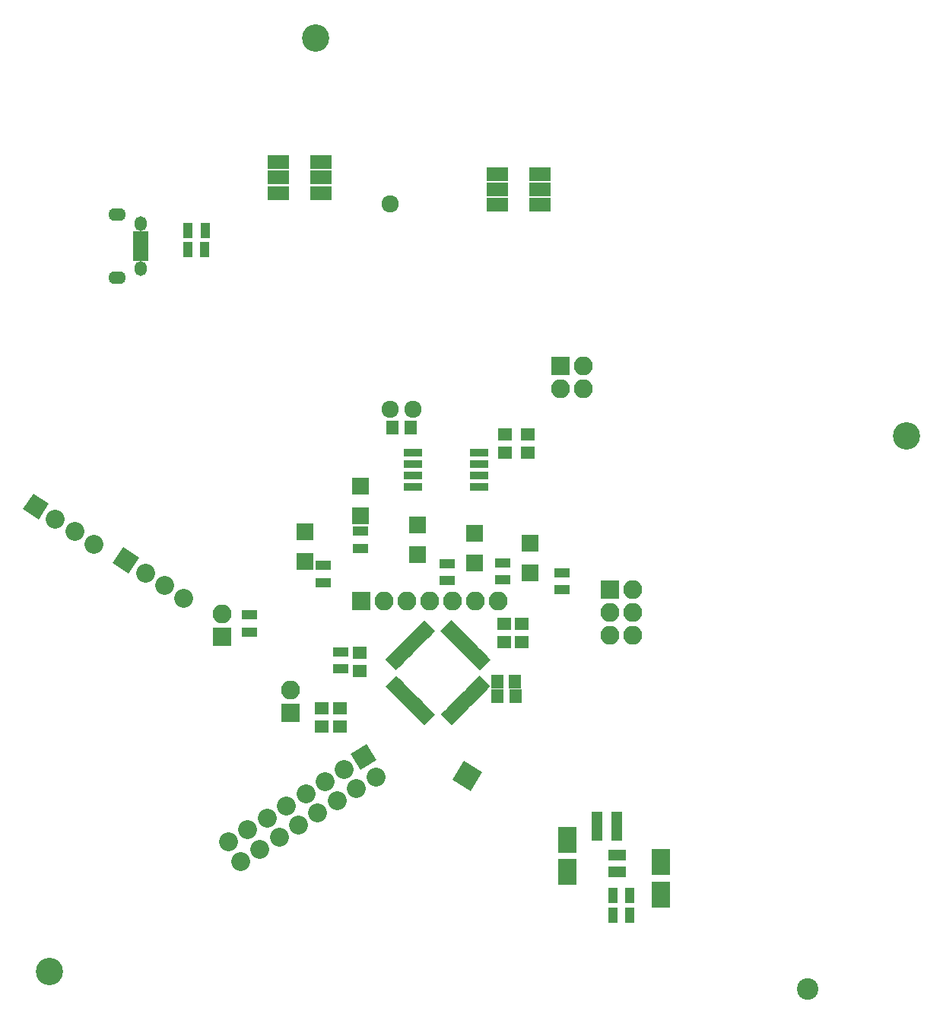
<source format=gts>
G04 #@! TF.FileFunction,Soldermask,Top*
%FSLAX46Y46*%
G04 Gerber Fmt 4.6, Leading zero omitted, Abs format (unit mm)*
G04 Created by KiCad (PCBNEW 4.0.7-e2-6376~58~ubuntu16.04.1) date Sun Jan 14 11:27:02 2018*
%MOMM*%
%LPD*%
G01*
G04 APERTURE LIST*
%ADD10C,0.100000*%
%ADD11R,1.200000X3.300000*%
%ADD12R,2.000000X3.000000*%
%ADD13C,2.100000*%
%ADD14C,2.400000*%
%ADD15R,1.650000X1.400000*%
%ADD16C,1.924000*%
%ADD17R,1.400000X1.650000*%
%ADD18R,2.400000X1.500000*%
%ADD19R,1.900000X1.900000*%
%ADD20R,2.100000X2.100000*%
%ADD21O,2.100000X2.100000*%
%ADD22R,1.750000X0.800000*%
%ADD23O,1.350000X1.650000*%
%ADD24O,1.950000X1.400000*%
%ADD25R,1.100000X1.700000*%
%ADD26R,1.700000X1.100000*%
%ADD27R,2.150000X0.950000*%
%ADD28R,0.800000X1.150000*%
%ADD29C,3.040000*%
G04 APERTURE END LIST*
D10*
G36*
X144608311Y-124962221D02*
X144148692Y-124502602D01*
X145350773Y-123300521D01*
X145810392Y-123760140D01*
X144608311Y-124962221D01*
X144608311Y-124962221D01*
G37*
G36*
X144961864Y-125315774D02*
X144502245Y-124856155D01*
X145704326Y-123654074D01*
X146163945Y-124113693D01*
X144961864Y-125315774D01*
X144961864Y-125315774D01*
G37*
G36*
X145315418Y-125669328D02*
X144855799Y-125209709D01*
X146057880Y-124007628D01*
X146517499Y-124467247D01*
X145315418Y-125669328D01*
X145315418Y-125669328D01*
G37*
G36*
X145668971Y-126022881D02*
X145209352Y-125563262D01*
X146411433Y-124361181D01*
X146871052Y-124820800D01*
X145668971Y-126022881D01*
X145668971Y-126022881D01*
G37*
G36*
X146022524Y-126376434D02*
X145562905Y-125916815D01*
X146764986Y-124714734D01*
X147224605Y-125174353D01*
X146022524Y-126376434D01*
X146022524Y-126376434D01*
G37*
G36*
X146376078Y-126729988D02*
X145916459Y-126270369D01*
X147118540Y-125068288D01*
X147578159Y-125527907D01*
X146376078Y-126729988D01*
X146376078Y-126729988D01*
G37*
G36*
X146729631Y-127083541D02*
X146270012Y-126623922D01*
X147472093Y-125421841D01*
X147931712Y-125881460D01*
X146729631Y-127083541D01*
X146729631Y-127083541D01*
G37*
G36*
X147083185Y-127437095D02*
X146623566Y-126977476D01*
X147825647Y-125775395D01*
X148285266Y-126235014D01*
X147083185Y-127437095D01*
X147083185Y-127437095D01*
G37*
G36*
X147436738Y-127790648D02*
X146977119Y-127331029D01*
X148179200Y-126128948D01*
X148638819Y-126588567D01*
X147436738Y-127790648D01*
X147436738Y-127790648D01*
G37*
G36*
X147790291Y-128144201D02*
X147330672Y-127684582D01*
X148532753Y-126482501D01*
X148992372Y-126942120D01*
X147790291Y-128144201D01*
X147790291Y-128144201D01*
G37*
G36*
X148143845Y-128497755D02*
X147684226Y-128038136D01*
X148886307Y-126836055D01*
X149345926Y-127295674D01*
X148143845Y-128497755D01*
X148143845Y-128497755D01*
G37*
G36*
X148497398Y-128851308D02*
X148037779Y-128391689D01*
X149239860Y-127189608D01*
X149699479Y-127649227D01*
X148497398Y-128851308D01*
X148497398Y-128851308D01*
G37*
G36*
X151962221Y-128391689D02*
X151502602Y-128851308D01*
X150300521Y-127649227D01*
X150760140Y-127189608D01*
X151962221Y-128391689D01*
X151962221Y-128391689D01*
G37*
G36*
X152315774Y-128038136D02*
X151856155Y-128497755D01*
X150654074Y-127295674D01*
X151113693Y-126836055D01*
X152315774Y-128038136D01*
X152315774Y-128038136D01*
G37*
G36*
X152669328Y-127684582D02*
X152209709Y-128144201D01*
X151007628Y-126942120D01*
X151467247Y-126482501D01*
X152669328Y-127684582D01*
X152669328Y-127684582D01*
G37*
G36*
X153022881Y-127331029D02*
X152563262Y-127790648D01*
X151361181Y-126588567D01*
X151820800Y-126128948D01*
X153022881Y-127331029D01*
X153022881Y-127331029D01*
G37*
G36*
X153376434Y-126977476D02*
X152916815Y-127437095D01*
X151714734Y-126235014D01*
X152174353Y-125775395D01*
X153376434Y-126977476D01*
X153376434Y-126977476D01*
G37*
G36*
X153729988Y-126623922D02*
X153270369Y-127083541D01*
X152068288Y-125881460D01*
X152527907Y-125421841D01*
X153729988Y-126623922D01*
X153729988Y-126623922D01*
G37*
G36*
X154083541Y-126270369D02*
X153623922Y-126729988D01*
X152421841Y-125527907D01*
X152881460Y-125068288D01*
X154083541Y-126270369D01*
X154083541Y-126270369D01*
G37*
G36*
X154437095Y-125916815D02*
X153977476Y-126376434D01*
X152775395Y-125174353D01*
X153235014Y-124714734D01*
X154437095Y-125916815D01*
X154437095Y-125916815D01*
G37*
G36*
X154790648Y-125563262D02*
X154331029Y-126022881D01*
X153128948Y-124820800D01*
X153588567Y-124361181D01*
X154790648Y-125563262D01*
X154790648Y-125563262D01*
G37*
G36*
X155144201Y-125209709D02*
X154684582Y-125669328D01*
X153482501Y-124467247D01*
X153942120Y-124007628D01*
X155144201Y-125209709D01*
X155144201Y-125209709D01*
G37*
G36*
X155497755Y-124856155D02*
X155038136Y-125315774D01*
X153836055Y-124113693D01*
X154295674Y-123654074D01*
X155497755Y-124856155D01*
X155497755Y-124856155D01*
G37*
G36*
X155851308Y-124502602D02*
X155391689Y-124962221D01*
X154189608Y-123760140D01*
X154649227Y-123300521D01*
X155851308Y-124502602D01*
X155851308Y-124502602D01*
G37*
G36*
X154649227Y-122699479D02*
X154189608Y-122239860D01*
X155391689Y-121037779D01*
X155851308Y-121497398D01*
X154649227Y-122699479D01*
X154649227Y-122699479D01*
G37*
G36*
X154295674Y-122345926D02*
X153836055Y-121886307D01*
X155038136Y-120684226D01*
X155497755Y-121143845D01*
X154295674Y-122345926D01*
X154295674Y-122345926D01*
G37*
G36*
X153942120Y-121992372D02*
X153482501Y-121532753D01*
X154684582Y-120330672D01*
X155144201Y-120790291D01*
X153942120Y-121992372D01*
X153942120Y-121992372D01*
G37*
G36*
X153588567Y-121638819D02*
X153128948Y-121179200D01*
X154331029Y-119977119D01*
X154790648Y-120436738D01*
X153588567Y-121638819D01*
X153588567Y-121638819D01*
G37*
G36*
X153235014Y-121285266D02*
X152775395Y-120825647D01*
X153977476Y-119623566D01*
X154437095Y-120083185D01*
X153235014Y-121285266D01*
X153235014Y-121285266D01*
G37*
G36*
X152881460Y-120931712D02*
X152421841Y-120472093D01*
X153623922Y-119270012D01*
X154083541Y-119729631D01*
X152881460Y-120931712D01*
X152881460Y-120931712D01*
G37*
G36*
X152527907Y-120578159D02*
X152068288Y-120118540D01*
X153270369Y-118916459D01*
X153729988Y-119376078D01*
X152527907Y-120578159D01*
X152527907Y-120578159D01*
G37*
G36*
X152174353Y-120224605D02*
X151714734Y-119764986D01*
X152916815Y-118562905D01*
X153376434Y-119022524D01*
X152174353Y-120224605D01*
X152174353Y-120224605D01*
G37*
G36*
X151820800Y-119871052D02*
X151361181Y-119411433D01*
X152563262Y-118209352D01*
X153022881Y-118668971D01*
X151820800Y-119871052D01*
X151820800Y-119871052D01*
G37*
G36*
X151467247Y-119517499D02*
X151007628Y-119057880D01*
X152209709Y-117855799D01*
X152669328Y-118315418D01*
X151467247Y-119517499D01*
X151467247Y-119517499D01*
G37*
G36*
X151113693Y-119163945D02*
X150654074Y-118704326D01*
X151856155Y-117502245D01*
X152315774Y-117961864D01*
X151113693Y-119163945D01*
X151113693Y-119163945D01*
G37*
G36*
X150760140Y-118810392D02*
X150300521Y-118350773D01*
X151502602Y-117148692D01*
X151962221Y-117608311D01*
X150760140Y-118810392D01*
X150760140Y-118810392D01*
G37*
G36*
X149699479Y-118350773D02*
X149239860Y-118810392D01*
X148037779Y-117608311D01*
X148497398Y-117148692D01*
X149699479Y-118350773D01*
X149699479Y-118350773D01*
G37*
G36*
X149345926Y-118704326D02*
X148886307Y-119163945D01*
X147684226Y-117961864D01*
X148143845Y-117502245D01*
X149345926Y-118704326D01*
X149345926Y-118704326D01*
G37*
G36*
X148992372Y-119057880D02*
X148532753Y-119517499D01*
X147330672Y-118315418D01*
X147790291Y-117855799D01*
X148992372Y-119057880D01*
X148992372Y-119057880D01*
G37*
G36*
X148638819Y-119411433D02*
X148179200Y-119871052D01*
X146977119Y-118668971D01*
X147436738Y-118209352D01*
X148638819Y-119411433D01*
X148638819Y-119411433D01*
G37*
G36*
X148285266Y-119764986D02*
X147825647Y-120224605D01*
X146623566Y-119022524D01*
X147083185Y-118562905D01*
X148285266Y-119764986D01*
X148285266Y-119764986D01*
G37*
G36*
X147931712Y-120118540D02*
X147472093Y-120578159D01*
X146270012Y-119376078D01*
X146729631Y-118916459D01*
X147931712Y-120118540D01*
X147931712Y-120118540D01*
G37*
G36*
X147578159Y-120472093D02*
X147118540Y-120931712D01*
X145916459Y-119729631D01*
X146376078Y-119270012D01*
X147578159Y-120472093D01*
X147578159Y-120472093D01*
G37*
G36*
X147224605Y-120825647D02*
X146764986Y-121285266D01*
X145562905Y-120083185D01*
X146022524Y-119623566D01*
X147224605Y-120825647D01*
X147224605Y-120825647D01*
G37*
G36*
X146871052Y-121179200D02*
X146411433Y-121638819D01*
X145209352Y-120436738D01*
X145668971Y-119977119D01*
X146871052Y-121179200D01*
X146871052Y-121179200D01*
G37*
G36*
X146517499Y-121532753D02*
X146057880Y-121992372D01*
X144855799Y-120790291D01*
X145315418Y-120330672D01*
X146517499Y-121532753D01*
X146517499Y-121532753D01*
G37*
G36*
X146163945Y-121886307D02*
X145704326Y-122345926D01*
X144502245Y-121143845D01*
X144961864Y-120684226D01*
X146163945Y-121886307D01*
X146163945Y-121886307D01*
G37*
G36*
X145810392Y-122239860D02*
X145350773Y-122699479D01*
X144148692Y-121497398D01*
X144608311Y-121037779D01*
X145810392Y-122239860D01*
X145810392Y-122239860D01*
G37*
D11*
X167700000Y-140100000D03*
X169900000Y-140100000D03*
D12*
X164400000Y-141600000D03*
X164400000Y-145200000D03*
D10*
G36*
X140259734Y-132050765D02*
X142040635Y-130937934D01*
X143153466Y-132718835D01*
X141372565Y-133831666D01*
X140259734Y-132050765D01*
X140259734Y-132050765D01*
G37*
D13*
X143052595Y-134538842D02*
X143052595Y-134538842D01*
X139552558Y-133730795D02*
X139552558Y-133730795D01*
X140898553Y-135884837D02*
X140898553Y-135884837D01*
X137398516Y-135076790D02*
X137398516Y-135076790D01*
X138744511Y-137230832D02*
X138744511Y-137230832D01*
X135244474Y-136422785D02*
X135244474Y-136422785D01*
X136590468Y-138576827D02*
X136590468Y-138576827D01*
X133090431Y-137768780D02*
X133090431Y-137768780D01*
X134436426Y-139922822D02*
X134436426Y-139922822D01*
X130936389Y-139114775D02*
X130936389Y-139114775D01*
X132282384Y-141268817D02*
X132282384Y-141268817D01*
X128782347Y-140460770D02*
X128782347Y-140460770D01*
X130128342Y-142614812D02*
X130128342Y-142614812D01*
X126628305Y-141806765D02*
X126628305Y-141806765D01*
X127974300Y-143960807D02*
X127974300Y-143960807D01*
D10*
G36*
X151635439Y-134874755D02*
X152907245Y-132839439D01*
X154942561Y-134111245D01*
X153670755Y-136146561D01*
X151635439Y-134874755D01*
X151635439Y-134874755D01*
G37*
D14*
X191196750Y-158180391D03*
D15*
X141300000Y-122800000D03*
X141300000Y-120800000D03*
D16*
X144700000Y-70820000D03*
X144700000Y-93680000D03*
X147240000Y-93680000D03*
D12*
X174800000Y-144100000D03*
X174800000Y-147700000D03*
D15*
X139100000Y-129000000D03*
X139100000Y-127000000D03*
X157400000Y-117600000D03*
X157400000Y-119600000D03*
X137100000Y-129000000D03*
X137100000Y-127000000D03*
D17*
X156607000Y-124002800D03*
X158607000Y-124002800D03*
D15*
X159300000Y-117600000D03*
X159300000Y-119600000D03*
D17*
X156632400Y-125603000D03*
X158632400Y-125603000D03*
D15*
X160000000Y-98500000D03*
X160000000Y-96500000D03*
X157500000Y-98500000D03*
X157500000Y-96500000D03*
D17*
X146950000Y-95750000D03*
X144950000Y-95750000D03*
D18*
X137000000Y-69600000D03*
X137000000Y-67900000D03*
X137000000Y-66200000D03*
X132200000Y-66200000D03*
X132200000Y-67900000D03*
X132200000Y-69600000D03*
X156600000Y-67500000D03*
X156600000Y-69200000D03*
X156600000Y-70900000D03*
X161400000Y-70900000D03*
X161400000Y-69200000D03*
X161400000Y-67500000D03*
D19*
X135200000Y-110650000D03*
X135200000Y-107350000D03*
X141400000Y-105550000D03*
X141400000Y-102250000D03*
X147700000Y-109850000D03*
X147700000Y-106550000D03*
X154100000Y-110750000D03*
X154100000Y-107450000D03*
X160300000Y-111850000D03*
X160300000Y-108550000D03*
D20*
X141500000Y-115000000D03*
D21*
X144040000Y-115000000D03*
X146580000Y-115000000D03*
X149120000Y-115000000D03*
X151660000Y-115000000D03*
X154200000Y-115000000D03*
X156740000Y-115000000D03*
D10*
G36*
X105558733Y-105952475D02*
X103797525Y-104808733D01*
X104941267Y-103047525D01*
X106702475Y-104191267D01*
X105558733Y-105952475D01*
X105558733Y-105952475D01*
G37*
D13*
X107380223Y-105883383D02*
X107380223Y-105883383D01*
X109510446Y-107266766D02*
X109510446Y-107266766D01*
X111640670Y-108650149D02*
X111640670Y-108650149D01*
D10*
G36*
X115558733Y-111952475D02*
X113797525Y-110808733D01*
X114941267Y-109047525D01*
X116702475Y-110191267D01*
X115558733Y-111952475D01*
X115558733Y-111952475D01*
G37*
D13*
X117380223Y-111883383D02*
X117380223Y-111883383D01*
X119510446Y-113266766D02*
X119510446Y-113266766D01*
X121640670Y-114650149D02*
X121640670Y-114650149D01*
D22*
X116950000Y-74200000D03*
X116950000Y-74850000D03*
X116950000Y-75500000D03*
X116950000Y-76150000D03*
X116950000Y-76800000D03*
D23*
X116950000Y-73000000D03*
X116950000Y-78000000D03*
D24*
X114250000Y-72000000D03*
X114250000Y-79000000D03*
D20*
X126000000Y-119000000D03*
D21*
X126000000Y-116460000D03*
D20*
X133600000Y-127440000D03*
D21*
X133600000Y-124900000D03*
D25*
X122150000Y-75900000D03*
X124050000Y-75900000D03*
X122200000Y-73750000D03*
X124100000Y-73750000D03*
X171350000Y-150000000D03*
X169450000Y-150000000D03*
X169450000Y-147800000D03*
X171350000Y-147800000D03*
D26*
X129000000Y-116550000D03*
X129000000Y-118450000D03*
X139141200Y-122590600D03*
X139141200Y-120690600D03*
X137200000Y-111050000D03*
X137200000Y-112950000D03*
X141400000Y-107250000D03*
X141400000Y-109150000D03*
X151000000Y-110850000D03*
X151000000Y-112750000D03*
X157200000Y-110750000D03*
X157200000Y-112650000D03*
X163800000Y-111850000D03*
X163800000Y-113750000D03*
D27*
X147200000Y-98545000D03*
X147200000Y-99815000D03*
X147200000Y-101085000D03*
X147200000Y-102355000D03*
X154600000Y-102355000D03*
X154600000Y-101085000D03*
X154600000Y-99815000D03*
X154600000Y-98545000D03*
D28*
X169950000Y-143300000D03*
X169300000Y-145200000D03*
X170600000Y-145200000D03*
X169950000Y-145200000D03*
X170600000Y-143300000D03*
X169300000Y-143300000D03*
D20*
X163677600Y-88900000D03*
D21*
X166217600Y-88900000D03*
X163677600Y-91440000D03*
X166217600Y-91440000D03*
D20*
X169138600Y-113792000D03*
D21*
X171678600Y-113792000D03*
X169138600Y-116332000D03*
X171678600Y-116332000D03*
X169138600Y-118872000D03*
X171678600Y-118872000D03*
D29*
X106771440Y-156286200D03*
X202199240Y-96621600D03*
X136403080Y-52359560D03*
M02*

</source>
